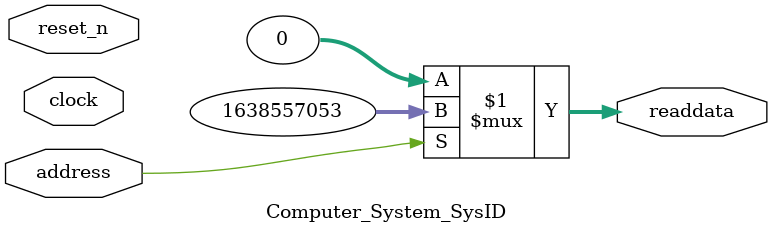
<source format=v>



// synthesis translate_off
`timescale 1ns / 1ps
// synthesis translate_on

// turn off superfluous verilog processor warnings 
// altera message_level Level1 
// altera message_off 10034 10035 10036 10037 10230 10240 10030 

module Computer_System_SysID (
               // inputs:
                address,
                clock,
                reset_n,

               // outputs:
                readdata
             )
;

  output  [ 31: 0] readdata;
  input            address;
  input            clock;
  input            reset_n;

  wire    [ 31: 0] readdata;
  //control_slave, which is an e_avalon_slave
  assign readdata = address ? 1638557053 : 0;

endmodule



</source>
